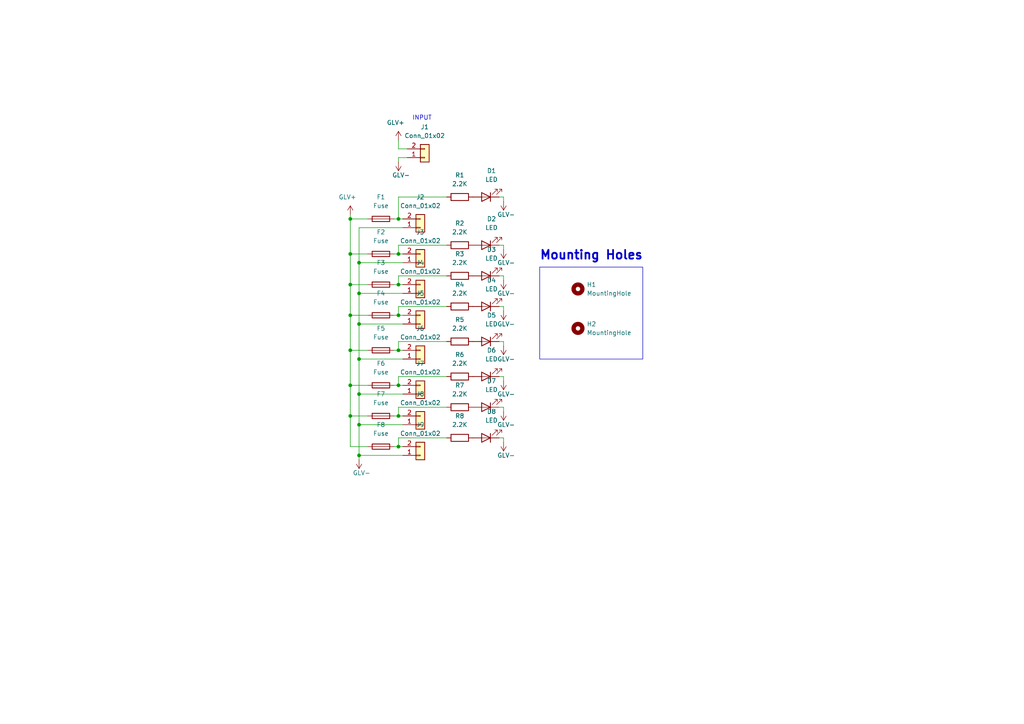
<source format=kicad_sch>
(kicad_sch (version 20250114) (generator "eeschema") (generator_version "9.0")
  (paper "A4")
  (title_block (title "Power Distribution Board") (date "2025-04-27") (rev "1.0") (company "Formula Barton Racing") (comment 1 "evanscesil@gmail.com"))
  (lib_symbols
    (symbol "Connector_Generic:Conn_01x02" (pin_names (offset 1.016) (hide yes))
      (property "Reference" "J" (at 0 2.54 0))
      (property "Value" "Conn_01x02" (at 0 -5.08 0))
      (symbol "Conn_01x02_1_1"
        (rectangle (start -1.27 1.27) (end 1.27 -3.81) (stroke (width 0.254)) (fill (type background)))
        (rectangle (start -1.27 0.127) (end 0 -0.127) (stroke (width 0.1524)))
        (rectangle (start -1.27 -2.413) (end 0 -2.667) (stroke (width 0.1524)))
        (pin passive line (at -5.08 0 0) (length 3.81) (name "Pin_1") (number "1"))
        (pin passive line (at -5.08 -2.54 0) (length 3.81) (name "Pin_2") (number "2"))
      )
    )
    (symbol "Device:Fuse" (pin_numbers (hide yes)) (pin_names (offset 0))
      (property "Reference" "F" (at 2.032 0 90))
      (property "Value" "Fuse" (at -1.905 0 90))
      (symbol "Fuse_0_1"
        (rectangle (start -0.762 -2.54) (end 0.762 2.54) (stroke (width 0.254)))
        (polyline (pts (xy 0 2.54) (xy 0 -2.54)))
      )
      (symbol "Fuse_1_1"
        (pin passive line (at 0 3.81 270) (length 1.27) (name "~") (number "1"))
        (pin passive line (at 0 -3.81 90) (length 1.27) (name "~") (number "2"))
      )
    )
    (symbol "Device:LED" (pin_numbers (hide yes)) (pin_names (offset 1.016) (hide yes))
      (property "Reference" "D" (at 0 2.54 0))
      (property "Value" "LED" (at 0 -2.54 0))
      (symbol "LED_0_1"
        (polyline (pts (xy -3.048 -0.762) (xy -4.572 -2.286) (xy -3.81 -2.286) (xy -4.572 -2.286) (xy -4.572 -1.524)))
        (polyline (pts (xy -1.778 -0.762) (xy -3.302 -2.286) (xy -2.54 -2.286) (xy -3.302 -2.286) (xy -3.302 -1.524)))
        (polyline (pts (xy -1.27 0) (xy 1.27 0)))
        (polyline (pts (xy -1.27 -1.27) (xy -1.27 1.27)) (stroke (width 0.254)))
        (polyline (pts (xy 1.27 -1.27) (xy 1.27 1.27) (xy -1.27 0) (xy 1.27 -1.27)) (stroke (width 0.254)))
      )
      (symbol "LED_1_1"
        (pin passive line (at -3.81 0 0) (length 2.54) (name "K") (number "1"))
        (pin passive line (at 3.81 0 180) (length 2.54) (name "A") (number "2"))
      )
    )
    (symbol "Device:R" (pin_numbers (hide yes)) (pin_names (offset 0))
      (property "Reference" "R" (at 2.032 0 90))
      (property "Value" "R" (at 0 0 90))
      (symbol "R_0_1"
        (rectangle (start -1.016 -2.54) (end 1.016 2.54) (stroke (width 0.254)))
      )
      (symbol "R_1_1"
        (pin passive line (at 0 3.81 270) (length 1.27) (name "~") (number "1"))
        (pin passive line (at 0 -3.81 90) (length 1.27) (name "~") (number "2"))
      )
    )
    (symbol "Mechanical:MountingHole" (pin_names (offset 1.016)) (exclude_from_sim yes) (in_bom no)
      (property "Reference" "H" (at 0 5.08 0))
      (property "Value" "MountingHole" (at 0 3.175 0))
      (symbol "MountingHole_0_1"
        (circle (center 0 0) (radius 1.27) (stroke (width 1.27)))
      )
    )
    (symbol "power:+12V" (power) (pin_names (offset 0))
      (property "Value" "+12V" (at 0 3.556 0))
      (symbol "+12V_0_1"
        (polyline (pts (xy -0.762 1.27) (xy 0 2.54)))
        (polyline (pts (xy 0 2.54) (xy 0.762 1.27)))
        (polyline (pts (xy 0 0) (xy 0 2.54)))
      )
      (symbol "+12V_1_1"
        (pin power_in line (at 0 0 90) (length 0) (hide yes) (name "+12V") (number "1"))
      )
    )
  )
  (rectangle (start 156.5388 77.47) (end 186.436 104.14))
  (text "INPUT" (at 122.428 34.29 0) (effects (font (size 1.27 1.27))))
  (text "Mounting Holes" (at 171.5248 74.1229 0) (effects (font (size 2.54 2.54) (thickness 0.508) (bold yes))))
  (junction (at 115.57 82.55))
  (junction (at 115.57 63.5))
  (junction (at 101.6 111.76))
  (junction (at 104.14 76.2))
  (junction (at 115.57 91.44))
  (junction (at 115.57 129.54))
  (junction (at 104.14 114.3))
  (junction (at 115.57 120.65))
  (junction (at 104.14 93.98))
  (junction (at 101.6 120.65))
  (junction (at 115.57 101.6))
  (junction (at 104.14 132.08))
  (junction (at 101.6 82.55))
  (junction (at 101.6 91.44))
  (junction (at 104.14 104.14))
  (junction (at 104.14 123.19))
  (junction (at 101.6 101.6))
  (junction (at 101.6 73.66))
  (junction (at 115.57 73.66))
  (junction (at 101.6 63.5))
  (junction (at 115.57 111.76))
  (junction (at 104.14 85.09))
  (wire (pts (xy 115.57 88.9) (xy 115.57 91.44)))
  (wire (pts (xy 104.14 123.19) (xy 104.14 132.08)))
  (wire (pts (xy 115.57 40.64) (xy 115.57 43.18)))
  (wire (pts (xy 101.6 91.44) (xy 106.68 91.44)))
  (wire (pts (xy 146.05 99.06) (xy 144.78 99.06)))
  (wire (pts (xy 129.54 109.22) (xy 115.57 109.22)))
  (wire (pts (xy 129.54 71.12) (xy 115.57 71.12)))
  (wire (pts (xy 116.84 73.66) (xy 115.57 73.66)))
  (wire (pts (xy 115.57 80.01) (xy 115.57 82.55)))
  (wire (pts (xy 104.14 123.19) (xy 116.84 123.19)))
  (wire (pts (xy 129.54 88.9) (xy 115.57 88.9)))
  (wire (pts (xy 101.6 73.66) (xy 106.68 73.66)))
  (wire (pts (xy 116.84 82.55) (xy 115.57 82.55)))
  (wire (pts (xy 116.84 120.65) (xy 115.57 120.65)))
  (wire (pts (xy 104.14 85.09) (xy 104.14 93.98)))
  (wire (pts (xy 115.57 73.66) (xy 114.3 73.66)))
  (wire (pts (xy 146.05 128.27) (xy 146.05 127)))
  (wire (pts (xy 104.14 114.3) (xy 104.14 123.19)))
  (wire (pts (xy 115.57 101.6) (xy 114.3 101.6)))
  (wire (pts (xy 101.6 82.55) (xy 106.68 82.55)))
  (wire (pts (xy 146.05 100.33) (xy 146.05 99.06)))
  (wire (pts (xy 115.57 45.72) (xy 118.11 45.72)))
  (wire (pts (xy 101.6 101.6) (xy 101.6 111.76)))
  (wire (pts (xy 115.57 43.18) (xy 118.11 43.18)))
  (wire (pts (xy 116.84 129.54) (xy 115.57 129.54)))
  (wire (pts (xy 129.54 80.01) (xy 115.57 80.01)))
  (wire (pts (xy 146.05 72.39) (xy 146.05 71.12)))
  (wire (pts (xy 115.57 120.65) (xy 114.3 120.65)))
  (wire (pts (xy 104.14 132.08) (xy 116.84 132.08)))
  (wire (pts (xy 116.84 63.5) (xy 115.57 63.5)))
  (wire (pts (xy 115.57 129.54) (xy 114.3 129.54)))
  (wire (pts (xy 106.68 63.5) (xy 101.6 63.5)))
  (wire (pts (xy 104.14 104.14) (xy 104.14 114.3)))
  (wire (pts (xy 104.14 93.98) (xy 104.14 104.14)))
  (wire (pts (xy 101.6 63.5) (xy 101.6 73.66)))
  (wire (pts (xy 115.57 45.72) (xy 115.57 46.99)))
  (wire (pts (xy 115.57 127) (xy 115.57 129.54)))
  (wire (pts (xy 146.05 119.38) (xy 146.05 118.11)))
  (wire (pts (xy 116.84 101.6) (xy 115.57 101.6)))
  (wire (pts (xy 101.6 111.76) (xy 101.6 120.65)))
  (wire (pts (xy 101.6 62.23) (xy 101.6 63.5)))
  (wire (pts (xy 115.57 111.76) (xy 114.3 111.76)))
  (wire (pts (xy 146.05 90.17) (xy 146.05 88.9)))
  (wire (pts (xy 104.14 76.2) (xy 116.84 76.2)))
  (wire (pts (xy 104.14 132.08) (xy 104.14 133.35)))
  (wire (pts (xy 101.6 91.44) (xy 101.6 101.6)))
  (wire (pts (xy 101.6 120.65) (xy 101.6 129.54)))
  (wire (pts (xy 101.6 129.54) (xy 106.68 129.54)))
  (wire (pts (xy 146.05 80.01) (xy 144.78 80.01)))
  (wire (pts (xy 146.05 71.12) (xy 144.78 71.12)))
  (wire (pts (xy 129.54 99.06) (xy 115.57 99.06)))
  (wire (pts (xy 101.6 101.6) (xy 106.68 101.6)))
  (wire (pts (xy 115.57 82.55) (xy 114.3 82.55)))
  (wire (pts (xy 146.05 58.42) (xy 146.05 57.15)))
  (wire (pts (xy 115.57 99.06) (xy 115.57 101.6)))
  (wire (pts (xy 146.05 127) (xy 144.78 127)))
  (wire (pts (xy 129.54 118.11) (xy 115.57 118.11)))
  (wire (pts (xy 129.54 127) (xy 115.57 127)))
  (wire (pts (xy 116.84 91.44) (xy 115.57 91.44)))
  (wire (pts (xy 115.57 118.11) (xy 115.57 120.65)))
  (wire (pts (xy 104.14 114.3) (xy 116.84 114.3)))
  (wire (pts (xy 146.05 118.11) (xy 144.78 118.11)))
  (wire (pts (xy 146.05 57.15) (xy 144.78 57.15)))
  (wire (pts (xy 146.05 110.49) (xy 146.05 109.22)))
  (wire (pts (xy 116.84 111.76) (xy 115.57 111.76)))
  (wire (pts (xy 115.57 109.22) (xy 115.57 111.76)))
  (wire (pts (xy 115.57 57.15) (xy 129.54 57.15)))
  (wire (pts (xy 101.6 111.76) (xy 106.68 111.76)))
  (wire (pts (xy 115.57 71.12) (xy 115.57 73.66)))
  (wire (pts (xy 104.14 93.98) (xy 116.84 93.98)))
  (wire (pts (xy 104.14 66.04) (xy 116.84 66.04)))
  (wire (pts (xy 146.05 88.9) (xy 144.78 88.9)))
  (wire (pts (xy 104.14 76.2) (xy 104.14 85.09)))
  (wire (pts (xy 115.57 91.44) (xy 114.3 91.44)))
  (wire (pts (xy 101.6 73.66) (xy 101.6 82.55)))
  (wire (pts (xy 115.57 57.15) (xy 115.57 63.5)))
  (wire (pts (xy 104.14 85.09) (xy 116.84 85.09)))
  (wire (pts (xy 101.6 120.65) (xy 106.68 120.65)))
  (wire (pts (xy 146.05 109.22) (xy 144.78 109.22)))
  (wire (pts (xy 146.05 81.28) (xy 146.05 80.01)))
  (wire (pts (xy 101.6 82.55) (xy 101.6 91.44)))
  (wire (pts (xy 104.14 104.14) (xy 116.84 104.14)))
  (wire (pts (xy 115.57 63.5) (xy 114.3 63.5)))
  (wire (pts (xy 104.14 66.04) (xy 104.14 76.2)))
  (symbol (lib_id "Device:R") (at 133.35 118.11 90) (unit 1)
    (property "Reference" "R7" (at 133.35 111.76 90))
    (property "Value" "2.2K" (at 133.35 114.3 90))
    (property "Footprint" "Resistor_SMD:R_0603_1608Metric_Pad0.98x0.95mm_HandSolder" (effects (hide yes)))
    (property "Description" "Resistor" (effects (hide yes)))
  )
  (symbol (lib_id "Device:Fuse") (at 110.49 101.6 90) (unit 1)
    (property "Reference" "F5" (at 110.49 95.25 90))
    (property "Value" "Fuse" (at 110.49 97.79 90))
    (property "Footprint" "Fuse:Fuse_Littelfuse_372_D8.50mm" (effects (hide yes)))
    (property "Datasheet" "https://robu.in/wp-content/uploads/2024/06/1846909.0.pdf" (effects (hide yes)))
    (property "Description" "Fuse" (effects (hide yes)))
  )
  (symbol (lib_id "Device:R") (at 133.35 80.01 90) (unit 1)
    (property "Reference" "R3" (at 133.35 73.66 90))
    (property "Value" "2.2K" (at 133.35 76.2 90))
    (property "Footprint" "Resistor_SMD:R_0603_1608Metric_Pad0.98x0.95mm_HandSolder" (effects (hide yes)))
    (property "Description" "Resistor" (effects (hide yes)))
  )
  (symbol (lib_id "Connector_Generic:Conn_01x02") (at 121.92 132.08 0) (mirror x) (unit 1)
    (property "Reference" "J9" (at 121.92 123.19 0))
    (property "Value" "Conn_01x02" (at 121.92 125.73 0))
    (property "Footprint" "Connector_Molex:Molex_Mini-Fit_Jr_5566-02A_2x01_P4.20mm_Vertical" (effects (hide yes)))
    (property "Description" "Generic connector, single row, 01x02, script generated (kicad-library-utils/schlib/autogen/connector/)" (effects (hide yes)))
  )
  (symbol (lib_id "Device:LED") (at 140.97 118.11 180) (unit 1)
    (property "Reference" "D7" (at 142.5575 110.49 0))
    (property "Value" "LED" (at 142.5575 113.03 0))
    (property "Footprint" "LED_SMD:LED_0603_1608Metric_Pad1.05x0.95mm_HandSolder" (effects (hide yes)))
    (property "Description" "Light emitting diode" (effects (hide yes)))
    (property "Sim.Pins" "1=K 2=A" (effects (hide yes)))
  )
  (symbol (lib_id "power:+12V") (at 104.14 133.35 180) (unit 1)
    (property "Reference" "#PWR04" (effects (hide yes)))
    (property "Value" "GLV-" (at 104.902 137.16 0))
  )
  (symbol (lib_id "Connector_Generic:Conn_01x02") (at 121.92 114.3 0) (mirror x) (unit 1)
    (property "Reference" "J7" (at 121.92 105.41 0))
    (property "Value" "Conn_01x02" (at 121.92 107.95 0))
    (property "Footprint" "Connector_Molex:Molex_Mini-Fit_Jr_5566-02A_2x01_P4.20mm_Vertical" (effects (hide yes)))
    (property "Description" "Generic connector, single row, 01x02, script generated (kicad-library-utils/schlib/autogen/connector/)" (effects (hide yes)))
  )
  (symbol (lib_id "power:+12V") (at 146.05 110.49 180) (unit 1)
    (property "Reference" "#PWR011" (effects (hide yes)))
    (property "Value" "GLV-" (at 146.812 114.3 0))
  )
  (symbol (lib_id "power:+12V") (at 115.57 40.64 0) (mirror y) (unit 1)
    (property "Reference" "#PWR02" (effects (hide yes)))
    (property "Value" "GLV+" (at 117.348 35.56 0) (effects (justify left)))
  )
  (symbol (lib_id "power:+12V") (at 146.05 100.33 180) (unit 1)
    (property "Reference" "#PWR010" (effects (hide yes)))
    (property "Value" "GLV-" (at 146.812 104.14 0))
  )
  (symbol (lib_id "Device:R") (at 133.35 71.12 90) (unit 1)
    (property "Reference" "R2" (at 133.35 64.77 90))
    (property "Value" "2.2K" (at 133.35 67.31 90))
    (property "Footprint" "Resistor_SMD:R_0603_1608Metric_Pad0.98x0.95mm_HandSolder" (effects (hide yes)))
    (property "Description" "Resistor" (effects (hide yes)))
  )
  (symbol (lib_id "Connector_Generic:Conn_01x02") (at 121.92 85.09 0) (mirror x) (unit 1)
    (property "Reference" "J4" (at 121.92 76.2 0))
    (property "Value" "Conn_01x02" (at 121.92 78.74 0))
    (property "Footprint" "Connector_Molex:Molex_Mini-Fit_Jr_5566-02A_2x01_P4.20mm_Vertical" (effects (hide yes)))
    (property "Description" "Generic connector, single row, 01x02, script generated (kicad-library-utils/schlib/autogen/connector/)" (effects (hide yes)))
  )
  (symbol (lib_id "Device:R") (at 133.35 109.22 90) (unit 1)
    (property "Reference" "R6" (at 133.35 102.87 90))
    (property "Value" "2.2K" (at 133.35 105.41 90))
    (property "Footprint" "Resistor_SMD:R_0603_1608Metric_Pad0.98x0.95mm_HandSolder" (effects (hide yes)))
    (property "Description" "Resistor" (effects (hide yes)))
  )
  (symbol (lib_id "Device:LED") (at 140.97 109.22 180) (unit 1)
    (property "Reference" "D6" (at 142.5575 101.6 0))
    (property "Value" "LED" (at 142.5575 104.14 0))
    (property "Footprint" "LED_SMD:LED_0603_1608Metric_Pad1.05x0.95mm_HandSolder" (effects (hide yes)))
    (property "Description" "Light emitting diode" (effects (hide yes)))
    (property "Sim.Pins" "1=K 2=A" (effects (hide yes)))
  )
  (symbol (lib_id "Connector_Generic:Conn_01x02") (at 121.92 123.19 0) (mirror x) (unit 1)
    (property "Reference" "J8" (at 121.92 114.3 0))
    (property "Value" "Conn_01x02" (at 121.92 116.84 0))
    (property "Footprint" "Connector_Molex:Molex_Mini-Fit_Jr_5566-02A_2x01_P4.20mm_Vertical" (effects (hide yes)))
    (property "Description" "Generic connector, single row, 01x02, script generated (kicad-library-utils/schlib/autogen/connector/)" (effects (hide yes)))
  )
  (symbol (lib_id "Device:Fuse") (at 110.49 129.54 90) (unit 1)
    (property "Reference" "F8" (at 110.49 123.19 90))
    (property "Value" "Fuse" (at 110.49 125.73 90))
    (property "Footprint" "Fuse:Fuse_Littelfuse_372_D8.50mm" (effects (hide yes)))
    (property "Datasheet" "https://robu.in/wp-content/uploads/2024/06/1846909.0.pdf" (effects (hide yes)))
    (property "Description" "Fuse" (effects (hide yes)))
  )
  (symbol (lib_id "Device:R") (at 133.35 127 90) (unit 1)
    (property "Reference" "R8" (at 133.35 120.65 90))
    (property "Value" "2.2K" (at 133.35 123.19 90))
    (property "Footprint" "Resistor_SMD:R_0603_1608Metric_Pad0.98x0.95mm_HandSolder" (effects (hide yes)))
    (property "Description" "Resistor" (effects (hide yes)))
  )
  (symbol (lib_id "power:+12V") (at 101.6 62.23 0) (mirror y) (unit 1)
    (property "Reference" "#PWR01" (effects (hide yes)))
    (property "Value" "GLV+" (at 103.378 57.15 0) (effects (justify left)))
  )
  (symbol (lib_id "Device:LED") (at 140.97 99.06 180) (unit 1)
    (property "Reference" "D5" (at 142.5575 91.44 0))
    (property "Value" "LED" (at 142.5575 93.98 0))
    (property "Footprint" "LED_SMD:LED_0603_1608Metric_Pad1.05x0.95mm_HandSolder" (effects (hide yes)))
    (property "Description" "Light emitting diode" (effects (hide yes)))
    (property "Sim.Pins" "1=K 2=A" (effects (hide yes)))
  )
  (symbol (lib_id "Connector_Generic:Conn_01x02") (at 121.92 104.14 0) (mirror x) (unit 1)
    (property "Reference" "J6" (at 121.92 95.25 0))
    (property "Value" "Conn_01x02" (at 121.92 97.79 0))
    (property "Footprint" "Connector_Molex:Molex_Mini-Fit_Jr_5566-02A_2x01_P4.20mm_Vertical" (effects (hide yes)))
    (property "Description" "Generic connector, single row, 01x02, script generated (kicad-library-utils/schlib/autogen/connector/)" (effects (hide yes)))
  )
  (symbol (lib_id "Device:LED") (at 140.97 88.9 180) (unit 1)
    (property "Reference" "D4" (at 142.5575 81.28 0))
    (property "Value" "LED" (at 142.5575 83.82 0))
    (property "Footprint" "LED_SMD:LED_0603_1608Metric_Pad1.05x0.95mm_HandSolder" (effects (hide yes)))
    (property "Description" "Light emitting diode" (effects (hide yes)))
    (property "Sim.Pins" "1=K 2=A" (effects (hide yes)))
  )
  (symbol (lib_id "Device:LED") (at 140.97 80.01 180) (unit 1)
    (property "Reference" "D3" (at 142.5575 72.39 0))
    (property "Value" "LED" (at 142.5575 74.93 0))
    (property "Footprint" "LED_SMD:LED_0603_1608Metric_Pad1.05x0.95mm_HandSolder" (effects (hide yes)))
    (property "Description" "Light emitting diode" (effects (hide yes)))
    (property "Sim.Pins" "1=K 2=A" (effects (hide yes)))
  )
  (symbol (lib_id "Device:Fuse") (at 110.49 73.66 90) (unit 1)
    (property "Reference" "F2" (at 110.49 67.31 90))
    (property "Value" "Fuse" (at 110.49 69.85 90))
    (property "Footprint" "Fuse:Fuse_Littelfuse_372_D8.50mm" (effects (hide yes)))
    (property "Datasheet" "https://robu.in/wp-content/uploads/2024/06/1846909.0.pdf" (effects (hide yes)))
    (property "Description" "Fuse" (effects (hide yes)))
  )
  (symbol (lib_id "Device:LED") (at 140.97 71.12 180) (unit 1)
    (property "Reference" "D2" (at 142.5575 63.5 0))
    (property "Value" "LED" (at 142.5575 66.04 0))
    (property "Footprint" "LED_SMD:LED_0603_1608Metric_Pad1.05x0.95mm_HandSolder" (effects (hide yes)))
    (property "Description" "Light emitting diode" (effects (hide yes)))
    (property "Sim.Pins" "1=K 2=A" (effects (hide yes)))
  )
  (symbol (lib_id "Mechanical:MountingHole") (at 167.64 95.25 0) (unit 1) (exclude_from_sim yes) (in_bom no)
    (property "Reference" "H2" (at 170.18 93.9799 0) (effects (justify left)))
    (property "Value" "MountingHole" (at 170.18 96.5199 0) (effects (justify left)))
    (property "Footprint" "MountingHole:MountingHole_3.2mm_M3_DIN965" (effects (hide yes)))
    (property "Description" "Mounting Hole without connection" (effects (hide yes)))
  )
  (symbol (lib_id "Device:Fuse") (at 110.49 111.76 90) (unit 1)
    (property "Reference" "F6" (at 110.49 105.41 90))
    (property "Value" "Fuse" (at 110.49 107.95 90))
    (property "Footprint" "Fuse:Fuse_Littelfuse_372_D8.50mm" (effects (hide yes)))
    (property "Datasheet" "https://robu.in/wp-content/uploads/2024/06/1846909.0.pdf" (effects (hide yes)))
    (property "Description" "Fuse" (effects (hide yes)))
  )
  (symbol (lib_id "power:+12V") (at 146.05 58.42 180) (unit 1)
    (property "Reference" "#PWR06" (effects (hide yes)))
    (property "Value" "GLV-" (at 146.812 62.23 0))
  )
  (symbol (lib_id "power:+12V") (at 146.05 81.28 180) (unit 1)
    (property "Reference" "#PWR08" (effects (hide yes)))
    (property "Value" "GLV-" (at 146.812 85.09 0))
  )
  (symbol (lib_id "Connector_Generic:Conn_01x02") (at 121.92 76.2 0) (mirror x) (unit 1)
    (property "Reference" "J3" (at 121.92 67.31 0))
    (property "Value" "Conn_01x02" (at 121.92 69.85 0))
    (property "Footprint" "Connector_Molex:Molex_Mini-Fit_Jr_5566-02A_2x01_P4.20mm_Vertical" (effects (hide yes)))
    (property "Description" "Generic connector, single row, 01x02, script generated (kicad-library-utils/schlib/autogen/connector/)" (effects (hide yes)))
  )
  (symbol (lib_id "Device:R") (at 133.35 99.06 90) (unit 1)
    (property "Reference" "R5" (at 133.35 92.71 90))
    (property "Value" "2.2K" (at 133.35 95.25 90))
    (property "Footprint" "Resistor_SMD:R_0603_1608Metric_Pad0.98x0.95mm_HandSolder" (effects (hide yes)))
    (property "Description" "Resistor" (effects (hide yes)))
  )
  (symbol (lib_id "Device:R") (at 133.35 88.9 90) (unit 1)
    (property "Reference" "R4" (at 133.35 82.55 90))
    (property "Value" "2.2K" (at 133.35 85.09 90))
    (property "Footprint" "Resistor_SMD:R_0603_1608Metric_Pad0.98x0.95mm_HandSolder" (effects (hide yes)))
    (property "Description" "Resistor" (effects (hide yes)))
  )
  (symbol (lib_id "power:+12V") (at 115.57 46.99 180) (unit 1)
    (property "Reference" "#PWR03" (effects (hide yes)))
    (property "Value" "GLV-" (at 116.332 50.8 0))
  )
  (symbol (lib_id "Device:Fuse") (at 110.49 120.65 90) (unit 1)
    (property "Reference" "F7" (at 110.49 114.3 90))
    (property "Value" "Fuse" (at 110.49 116.84 90))
    (property "Footprint" "Fuse:Fuse_Littelfuse_372_D8.50mm" (effects (hide yes)))
    (property "Datasheet" "https://robu.in/wp-content/uploads/2024/06/1846909.0.pdf" (effects (hide yes)))
    (property "Description" "Fuse" (effects (hide yes)))
  )
  (symbol (lib_id "power:+12V") (at 146.05 119.38 180) (unit 1)
    (property "Reference" "#PWR012" (effects (hide yes)))
    (property "Value" "GLV-" (at 146.812 123.19 0))
  )
  (symbol (lib_id "Mechanical:MountingHole") (at 167.64 83.82 0) (unit 1) (exclude_from_sim yes) (in_bom no)
    (property "Reference" "H1" (at 170.18 82.5499 0) (effects (justify left)))
    (property "Value" "MountingHole" (at 170.18 85.0899 0) (effects (justify left)))
    (property "Footprint" "MountingHole:MountingHole_3.2mm_M3_DIN965" (effects (hide yes)))
    (property "Description" "Mounting Hole without connection" (effects (hide yes)))
  )
  (symbol (lib_id "Device:R") (at 133.35 57.15 90) (unit 1)
    (property "Reference" "R1" (at 133.35 50.8 90))
    (property "Value" "2.2K" (at 133.35 53.34 90))
    (property "Footprint" "Resistor_SMD:R_0603_1608Metric_Pad0.98x0.95mm_HandSolder" (effects (hide yes)))
    (property "Description" "Resistor" (effects (hide yes)))
  )
  (symbol (lib_id "Connector_Generic:Conn_01x02") (at 121.92 93.98 0) (mirror x) (unit 1)
    (property "Reference" "J5" (at 121.92 85.09 0))
    (property "Value" "Conn_01x02" (at 121.92 87.63 0))
    (property "Footprint" "Connector_Molex:Molex_Mini-Fit_Jr_5566-02A_2x01_P4.20mm_Vertical" (effects (hide yes)))
    (property "Description" "Generic connector, single row, 01x02, script generated (kicad-library-utils/schlib/autogen/connector/)" (effects (hide yes)))
  )
  (symbol (lib_id "Device:LED") (at 140.97 127 180) (unit 1)
    (property "Reference" "D8" (at 142.5575 119.38 0))
    (property "Value" "LED" (at 142.5575 121.92 0))
    (property "Footprint" "LED_SMD:LED_0603_1608Metric_Pad1.05x0.95mm_HandSolder" (effects (hide yes)))
    (property "Description" "Light emitting diode" (effects (hide yes)))
    (property "Sim.Pins" "1=K 2=A" (effects (hide yes)))
  )
  (symbol (lib_id "Device:Fuse") (at 110.49 63.5 90) (unit 1)
    (property "Reference" "F1" (at 110.49 57.15 90))
    (property "Value" "Fuse" (at 110.49 59.69 90))
    (property "Footprint" "Fuse:Fuse_Littelfuse_372_D8.50mm" (effects (hide yes)))
    (property "Datasheet" "https://robu.in/wp-content/uploads/2024/06/1846909.0.pdf" (effects (hide yes)))
    (property "Description" "Fuse" (effects (hide yes)))
  )
  (symbol (lib_id "power:+12V") (at 146.05 90.17 180) (unit 1)
    (property "Reference" "#PWR09" (effects (hide yes)))
    (property "Value" "GLV-" (at 146.812 93.98 0))
  )
  (symbol (lib_id "Device:Fuse") (at 110.49 82.55 90) (unit 1)
    (property "Reference" "F3" (at 110.49 76.2 90))
    (property "Value" "Fuse" (at 110.49 78.74 90))
    (property "Footprint" "Fuse:Fuse_Littelfuse_372_D8.50mm" (effects (hide yes)))
    (property "Datasheet" "https://robu.in/wp-content/uploads/2024/06/1846909.0.pdf" (effects (hide yes)))
    (property "Description" "Fuse" (effects (hide yes)))
  )
  (symbol (lib_id "Device:LED") (at 140.97 57.15 180) (unit 1)
    (property "Reference" "D1" (at 142.5575 49.53 0))
    (property "Value" "LED" (at 142.5575 52.07 0))
    (property "Footprint" "LED_SMD:LED_0603_1608Metric_Pad1.05x0.95mm_HandSolder" (effects (hide yes)))
    (property "Description" "Light emitting diode" (effects (hide yes)))
    (property "Sim.Pins" "1=K 2=A" (effects (hide yes)))
  )
  (symbol (lib_id "power:+12V") (at 146.05 72.39 180) (unit 1)
    (property "Reference" "#PWR07" (effects (hide yes)))
    (property "Value" "GLV-" (at 146.812 76.2 0))
  )
  (symbol (lib_id "Connector_Generic:Conn_01x02") (at 123.19 45.72 0) (mirror x) (unit 1)
    (property "Reference" "J1" (at 123.19 36.83 0))
    (property "Value" "Conn_01x02" (at 123.19 39.37 0))
    (property "Footprint" "Connector_Molex:Molex_Mini-Fit_Jr_5566-02A_2x01_P4.20mm_Vertical" (effects (hide yes)))
    (property "Description" "Generic connector, single row, 01x02, script generated (kicad-library-utils/schlib/autogen/connector/)" (effects (hide yes)))
  )
  (symbol (lib_id "power:+12V") (at 146.05 128.27 180) (unit 1)
    (property "Reference" "#PWR013" (effects (hide yes)))
    (property "Value" "GLV-" (at 146.812 132.08 0))
  )
  (symbol (lib_id "Device:Fuse") (at 110.49 91.44 90) (unit 1)
    (property "Reference" "F4" (at 110.49 85.09 90))
    (property "Value" "Fuse" (at 110.49 87.63 90))
    (property "Footprint" "Fuse:Fuse_Littelfuse_372_D8.50mm" (effects (hide yes)))
    (property "Datasheet" "https://robu.in/wp-content/uploads/2024/06/1846909.0.pdf" (effects (hide yes)))
    (property "Description" "Fuse" (effects (hide yes)))
  )
  (symbol (lib_id "Connector_Generic:Conn_01x02") (at 121.92 66.04 0) (mirror x) (unit 1)
    (property "Reference" "J2" (at 121.92 57.15 0))
    (property "Value" "Conn_01x02" (at 121.92 59.69 0))
    (property "Footprint" "Connector_Molex:Molex_Mini-Fit_Jr_5566-02A_2x01_P4.20mm_Vertical" (effects (hide yes)))
    (property "Description" "Generic connector, single row, 01x02, script generated (kicad-library-utils/schlib/autogen/connector/)" (effects (hide yes)))
  )
)
</source>
